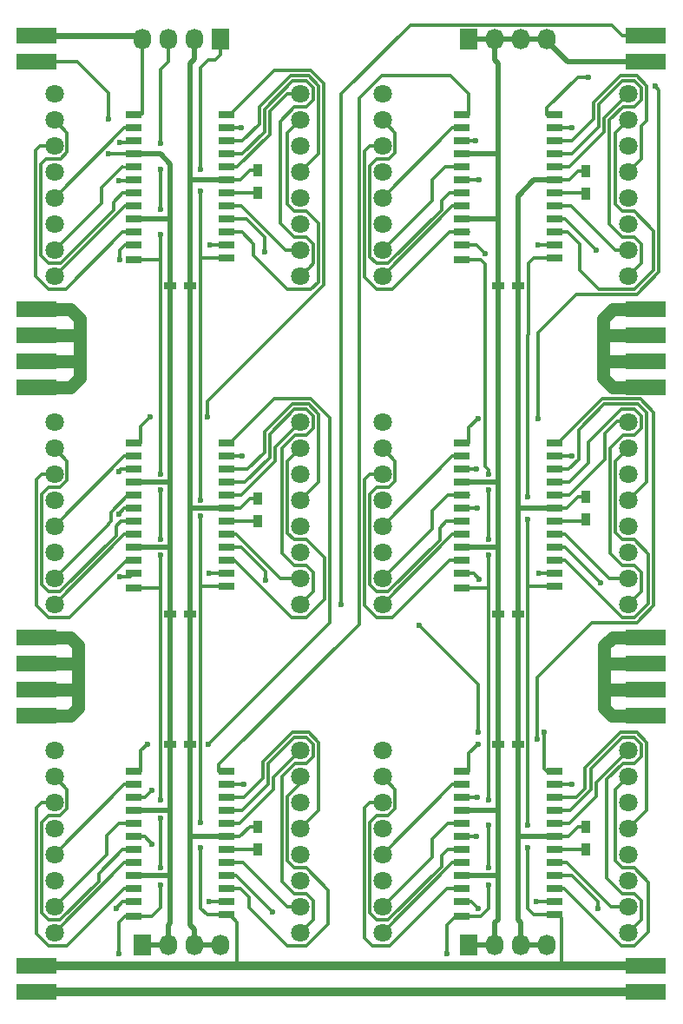
<source format=gbr>
G04 #@! TF.FileFunction,Copper,L1,Top,Signal*
%FSLAX46Y46*%
G04 Gerber Fmt 4.6, Leading zero omitted, Abs format (unit mm)*
G04 Created by KiCad (PCBNEW 4.0.2-1.fc23-product) date pią, 26 sie 2016, 23:23:19*
%MOMM*%
G01*
G04 APERTURE LIST*
%ADD10C,0.100000*%
%ADD11C,1.800000*%
%ADD12R,4.000000X1.524000*%
%ADD13R,1.727200X2.032000*%
%ADD14O,1.727200X2.032000*%
%ADD15R,1.200000X0.750000*%
%ADD16R,0.900000X1.200000*%
%ADD17R,1.524000X0.762000*%
%ADD18C,1.200000*%
%ADD19C,0.600000*%
%ADD20C,1.270000*%
%ADD21C,0.508000*%
%ADD22C,0.304800*%
%ADD23C,0.250000*%
%ADD24C,0.609600*%
%ADD25C,0.812800*%
G04 APERTURE END LIST*
D10*
D11*
X111319000Y-93012500D03*
X111319000Y-90472500D03*
X111319000Y-87932500D03*
X111319000Y-85392500D03*
X111319000Y-82852500D03*
X111319000Y-80312500D03*
X111319000Y-77772500D03*
X111319000Y-75232500D03*
X135319000Y-93012500D03*
X135319000Y-90472500D03*
X135319000Y-87932500D03*
X135319000Y-85392500D03*
X135319000Y-82852500D03*
X135319000Y-80312500D03*
X135319000Y-77772500D03*
X135319000Y-75232500D03*
X111319000Y-125016500D03*
X111319000Y-122476500D03*
X111319000Y-119936500D03*
X111319000Y-117396500D03*
X111319000Y-114856500D03*
X111319000Y-112316500D03*
X111319000Y-109776500D03*
X111319000Y-107236500D03*
X135319000Y-125016500D03*
X135319000Y-122476500D03*
X135319000Y-119936500D03*
X135319000Y-117396500D03*
X135319000Y-114856500D03*
X135319000Y-112316500D03*
X135319000Y-109776500D03*
X135319000Y-107236500D03*
X143323000Y-93012500D03*
X143323000Y-90472500D03*
X143323000Y-87932500D03*
X143323000Y-85392500D03*
X143323000Y-82852500D03*
X143323000Y-80312500D03*
X143323000Y-77772500D03*
X143323000Y-75232500D03*
X167323000Y-93012500D03*
X167323000Y-90472500D03*
X167323000Y-87932500D03*
X167323000Y-85392500D03*
X167323000Y-82852500D03*
X167323000Y-80312500D03*
X167323000Y-77772500D03*
X167323000Y-75232500D03*
X143323000Y-61008500D03*
X143323000Y-58468500D03*
X143323000Y-55928500D03*
X143323000Y-53388500D03*
X143323000Y-50848500D03*
X143323000Y-48308500D03*
X143323000Y-45768500D03*
X143323000Y-43228500D03*
X167323000Y-61008500D03*
X167323000Y-58468500D03*
X167323000Y-55928500D03*
X167323000Y-53388500D03*
X167323000Y-50848500D03*
X167323000Y-48308500D03*
X167323000Y-45768500D03*
X167323000Y-43228500D03*
X143323000Y-125016500D03*
X143323000Y-122476500D03*
X143323000Y-119936500D03*
X143323000Y-117396500D03*
X143323000Y-114856500D03*
X143323000Y-112316500D03*
X143323000Y-109776500D03*
X143323000Y-107236500D03*
X167323000Y-125016500D03*
X167323000Y-122476500D03*
X167323000Y-119936500D03*
X167323000Y-117396500D03*
X167323000Y-114856500D03*
X167323000Y-112316500D03*
X167323000Y-109776500D03*
X167323000Y-107236500D03*
D12*
X169037000Y-103822500D03*
X169037000Y-101282500D03*
X169037000Y-98742500D03*
X169037000Y-96202500D03*
X109601000Y-103822500D03*
X109601000Y-101282500D03*
X109601000Y-98742500D03*
X109601000Y-96202500D03*
X169037000Y-71818500D03*
X169037000Y-69278500D03*
X169037000Y-66738500D03*
X169037000Y-64198500D03*
X109601000Y-71818500D03*
X109601000Y-69278500D03*
X109601000Y-66738500D03*
X109601000Y-64198500D03*
D13*
X127508000Y-37909500D03*
D14*
X124968000Y-37909500D03*
X122428000Y-37909500D03*
X119888000Y-37909500D03*
D13*
X151765000Y-37909500D03*
D14*
X154305000Y-37909500D03*
X156845000Y-37909500D03*
X159385000Y-37909500D03*
D13*
X119888000Y-126174500D03*
D14*
X122428000Y-126174500D03*
X124968000Y-126174500D03*
X127508000Y-126174500D03*
D13*
X151765000Y-126174500D03*
D14*
X154305000Y-126174500D03*
X156845000Y-126174500D03*
X159385000Y-126174500D03*
D12*
X109601000Y-40068500D03*
X109601000Y-37528500D03*
X169037000Y-40068500D03*
X169037000Y-37528500D03*
X109601000Y-130746500D03*
X109601000Y-128206500D03*
X169037000Y-130746500D03*
X169037000Y-128206500D03*
D15*
X124521000Y-61912500D03*
X122621000Y-61912500D03*
X124521000Y-93916500D03*
X122621000Y-93916500D03*
X124521000Y-106616500D03*
X122621000Y-106616500D03*
X156525000Y-61912500D03*
X154625000Y-61912500D03*
X156525000Y-93916500D03*
X154625000Y-93916500D03*
X156525000Y-106616500D03*
X154625000Y-106616500D03*
D16*
X131191000Y-50652500D03*
X131191000Y-52852500D03*
X131191000Y-114660500D03*
X131191000Y-116860500D03*
X163195000Y-82529500D03*
X163195000Y-84729500D03*
X131191000Y-82656500D03*
X131191000Y-84856500D03*
X163195000Y-50779500D03*
X163195000Y-52979500D03*
X163195000Y-114660500D03*
X163195000Y-116860500D03*
D11*
X111319000Y-61008500D03*
X111319000Y-58468500D03*
X111319000Y-55928500D03*
X111319000Y-53388500D03*
X111319000Y-50848500D03*
X111319000Y-48308500D03*
X111319000Y-45768500D03*
X111319000Y-43228500D03*
X135319000Y-61008500D03*
X135319000Y-58468500D03*
X135319000Y-55928500D03*
X135319000Y-53388500D03*
X135319000Y-50848500D03*
X135319000Y-48308500D03*
X135319000Y-45768500D03*
X135319000Y-43228500D03*
D17*
X151065000Y-109283500D03*
X151065000Y-110553500D03*
X151065000Y-111823500D03*
X151065000Y-113093500D03*
X151065000Y-114363500D03*
X151065000Y-115633500D03*
X151065000Y-116903500D03*
X151065000Y-118173500D03*
X151065000Y-119443500D03*
X151065000Y-120713500D03*
X151065000Y-121983500D03*
X151065000Y-123380500D03*
X160085000Y-109283500D03*
X160085000Y-110553500D03*
X160085000Y-111823500D03*
X160085000Y-113093500D03*
X160085000Y-114363500D03*
X160085000Y-115633500D03*
X160085000Y-116903500D03*
X160085000Y-118173500D03*
X160085000Y-119443500D03*
X160085000Y-120713500D03*
X160085000Y-121983500D03*
X160085000Y-123253500D03*
X151065000Y-45275500D03*
X151065000Y-46545500D03*
X151065000Y-47815500D03*
X151065000Y-49085500D03*
X151065000Y-50355500D03*
X151065000Y-51625500D03*
X151065000Y-52895500D03*
X151065000Y-54165500D03*
X151065000Y-55435500D03*
X151065000Y-56705500D03*
X151065000Y-57975500D03*
X151065000Y-59372500D03*
X160085000Y-45275500D03*
X160085000Y-46545500D03*
X160085000Y-47815500D03*
X160085000Y-49085500D03*
X160085000Y-50355500D03*
X160085000Y-51625500D03*
X160085000Y-52895500D03*
X160085000Y-54165500D03*
X160085000Y-55435500D03*
X160085000Y-56705500D03*
X160085000Y-57975500D03*
X160085000Y-59245500D03*
X119061000Y-77279500D03*
X119061000Y-78549500D03*
X119061000Y-79819500D03*
X119061000Y-81089500D03*
X119061000Y-82359500D03*
X119061000Y-83629500D03*
X119061000Y-84899500D03*
X119061000Y-86169500D03*
X119061000Y-87439500D03*
X119061000Y-88709500D03*
X119061000Y-89979500D03*
X119061000Y-91376500D03*
X128081000Y-77279500D03*
X128081000Y-78549500D03*
X128081000Y-79819500D03*
X128081000Y-81089500D03*
X128081000Y-82359500D03*
X128081000Y-83629500D03*
X128081000Y-84899500D03*
X128081000Y-86169500D03*
X128081000Y-87439500D03*
X128081000Y-88709500D03*
X128081000Y-89979500D03*
X128081000Y-91249500D03*
X151065000Y-77279500D03*
X151065000Y-78549500D03*
X151065000Y-79819500D03*
X151065000Y-81089500D03*
X151065000Y-82359500D03*
X151065000Y-83629500D03*
X151065000Y-84899500D03*
X151065000Y-86169500D03*
X151065000Y-87439500D03*
X151065000Y-88709500D03*
X151065000Y-89979500D03*
X151065000Y-91376500D03*
X160085000Y-77279500D03*
X160085000Y-78549500D03*
X160085000Y-79819500D03*
X160085000Y-81089500D03*
X160085000Y-82359500D03*
X160085000Y-83629500D03*
X160085000Y-84899500D03*
X160085000Y-86169500D03*
X160085000Y-87439500D03*
X160085000Y-88709500D03*
X160085000Y-89979500D03*
X160085000Y-91249500D03*
X119061000Y-109283500D03*
X119061000Y-110553500D03*
X119061000Y-111823500D03*
X119061000Y-113093500D03*
X119061000Y-114363500D03*
X119061000Y-115633500D03*
X119061000Y-116903500D03*
X119061000Y-118173500D03*
X119061000Y-119443500D03*
X119061000Y-120713500D03*
X119061000Y-121983500D03*
X119061000Y-123380500D03*
X128081000Y-109283500D03*
X128081000Y-110553500D03*
X128081000Y-111823500D03*
X128081000Y-113093500D03*
X128081000Y-114363500D03*
X128081000Y-115633500D03*
X128081000Y-116903500D03*
X128081000Y-118173500D03*
X128081000Y-119443500D03*
X128081000Y-120713500D03*
X128081000Y-121983500D03*
X128081000Y-123253500D03*
X119061000Y-45275500D03*
X119061000Y-46545500D03*
X119061000Y-47815500D03*
X119061000Y-49085500D03*
X119061000Y-50355500D03*
X119061000Y-51625500D03*
X119061000Y-52895500D03*
X119061000Y-54165500D03*
X119061000Y-55435500D03*
X119061000Y-56705500D03*
X119061000Y-57975500D03*
X119061000Y-59372500D03*
X128081000Y-45275500D03*
X128081000Y-46545500D03*
X128081000Y-47815500D03*
X128081000Y-49085500D03*
X128081000Y-50355500D03*
X128081000Y-51625500D03*
X128081000Y-52895500D03*
X128081000Y-54165500D03*
X128081000Y-55435500D03*
X128081000Y-56705500D03*
X128081000Y-57975500D03*
X128081000Y-59245500D03*
D18*
X164846000Y-70897500D03*
X164846000Y-69024500D03*
X164846000Y-66738500D03*
X113792000Y-70897500D03*
X113792000Y-69278500D03*
X113792000Y-66738500D03*
D19*
X156525000Y-65468500D03*
X156525000Y-64706500D03*
X124521000Y-65468500D03*
X124521000Y-64706500D03*
D18*
X164846000Y-65119500D03*
X113792000Y-65119500D03*
X164973000Y-103060500D03*
X164973000Y-101282500D03*
X164973000Y-98742500D03*
X113665000Y-103028500D03*
X113665000Y-101282500D03*
X113665000Y-98742500D03*
D19*
X122621000Y-97345500D03*
X122621000Y-96583500D03*
X154625000Y-97345500D03*
X154625000Y-96583500D03*
D18*
X164973000Y-96996500D03*
X113665000Y-96996500D03*
D19*
X116586000Y-49085500D03*
X116586000Y-45656500D03*
X131826000Y-58610500D03*
X129540000Y-46545500D03*
X126492000Y-57975500D03*
X117729000Y-59372500D03*
X117621086Y-51644586D03*
X117710586Y-47924086D03*
X132588000Y-122999500D03*
X129794000Y-110553500D03*
X126428500Y-121983500D03*
X117348000Y-122618500D03*
X120840500Y-116332000D03*
X120840500Y-111125000D03*
X164592000Y-90868500D03*
X161798000Y-78549500D03*
X158559500Y-89979500D03*
X152781000Y-90551000D03*
X152590500Y-83629500D03*
X152463500Y-79819500D03*
X131953000Y-90614500D03*
X129667000Y-78549500D03*
X126428500Y-89979500D03*
X117684586Y-90316086D03*
X117621086Y-84156586D03*
X117615336Y-80023336D03*
X164211000Y-58483500D03*
X161798000Y-46545500D03*
X158496000Y-57975500D03*
X153352500Y-58801000D03*
X152717500Y-51625500D03*
X152400000Y-47815500D03*
X164338000Y-122618500D03*
X161798000Y-110553500D03*
X158305500Y-121983500D03*
X152654000Y-122618500D03*
X152463500Y-115633500D03*
X152590500Y-111823500D03*
X159131000Y-105473500D03*
X152654000Y-105473500D03*
X139319000Y-93027500D03*
X146939000Y-95059500D03*
X121666000Y-48069500D03*
X121666000Y-50609500D03*
X121666000Y-56959500D03*
X121666000Y-54483000D03*
X153670000Y-114490500D03*
X153670000Y-120332500D03*
X153670000Y-112072111D03*
X121666000Y-112077500D03*
X121666000Y-86677500D03*
X121666000Y-88201500D03*
X153670000Y-80327500D03*
X153670000Y-81846710D03*
X153670000Y-86682290D03*
X153670000Y-88196710D03*
X121666000Y-80332290D03*
X121666000Y-81851500D03*
X153670000Y-118681500D03*
X121666000Y-113855500D03*
X121666000Y-118681500D03*
X121666000Y-120332500D03*
X117602000Y-130746500D03*
X117602000Y-127063500D03*
X149606000Y-130746500D03*
X149606000Y-127063500D03*
X125603000Y-50609500D03*
X125603000Y-52705000D03*
X125603000Y-116713000D03*
X157480000Y-116740890D03*
X157480000Y-84736890D03*
X157480000Y-114490500D03*
X125603000Y-114236500D03*
X157480000Y-82486500D03*
X125603000Y-82872290D03*
X125603000Y-84386710D03*
X126258610Y-74718890D03*
X120650000Y-74718890D03*
X126365000Y-106595890D03*
X120396000Y-106595890D03*
X158496000Y-74866500D03*
X152654000Y-74866500D03*
X169926000Y-42481500D03*
X163449000Y-41592500D03*
X158432500Y-106129110D03*
X152654000Y-106595890D03*
D20*
X165100000Y-69278500D02*
X164846000Y-69024500D01*
X113792000Y-69278500D02*
X113792000Y-66738500D01*
D21*
X124521000Y-93916500D02*
X124521000Y-83629500D01*
X124521000Y-83629500D02*
X124521000Y-65468500D01*
X127381000Y-83629500D02*
X124521000Y-83629500D01*
X156525000Y-65468500D02*
X156525000Y-83502500D01*
X156525000Y-64706500D02*
X156525000Y-65468500D01*
X156525000Y-61912500D02*
X156525000Y-64706500D01*
X124521000Y-64706500D02*
X124521000Y-65468500D01*
X124521000Y-61912500D02*
X124521000Y-64706500D01*
D20*
X164846000Y-65119500D02*
X164846000Y-66738500D01*
X164846000Y-66738500D02*
X164846000Y-69024500D01*
X169037000Y-66738500D02*
X165767000Y-66738500D01*
X165767000Y-66738500D02*
X164846000Y-66738500D01*
X164846000Y-69024500D02*
X164846000Y-70897500D01*
X169037000Y-69278500D02*
X165100000Y-69278500D01*
X169037000Y-64198500D02*
X165767000Y-64198500D01*
X165767000Y-64198500D02*
X164846000Y-65119500D01*
X164846000Y-70897500D02*
X165767000Y-71818500D01*
X165767000Y-71818500D02*
X169037000Y-71818500D01*
X113792000Y-70897500D02*
X113792000Y-69278500D01*
X112871000Y-69278500D02*
X113792000Y-69278500D01*
X109601000Y-69278500D02*
X112871000Y-69278500D01*
X113792000Y-66738500D02*
X113792000Y-65119500D01*
X109601000Y-66738500D02*
X113792000Y-66738500D01*
X109601000Y-71818500D02*
X112871000Y-71818500D01*
X112871000Y-71818500D02*
X113792000Y-70897500D01*
X113792000Y-65119500D02*
X112871000Y-64198500D01*
X112871000Y-64198500D02*
X109601000Y-64198500D01*
D22*
X131191000Y-82656500D02*
X130436200Y-82656500D01*
X130436200Y-82656500D02*
X129463200Y-83629500D01*
X128447800Y-83629500D02*
X127381000Y-83629500D01*
X129463200Y-83629500D02*
X128447800Y-83629500D01*
X163195000Y-50779500D02*
X162440200Y-50779500D01*
X162440200Y-50779500D02*
X161594200Y-51625500D01*
X161594200Y-51625500D02*
X160451800Y-51625500D01*
X160451800Y-51625500D02*
X159385000Y-51625500D01*
D21*
X156525000Y-115633500D02*
X156525000Y-106616500D01*
X156845000Y-126174500D02*
X159385000Y-126174500D01*
X156525000Y-123695500D02*
X156845000Y-124015500D01*
X156845000Y-124015500D02*
X156845000Y-126174500D01*
X156525000Y-115633500D02*
X156525000Y-123695500D01*
X124521000Y-93916500D02*
X124521000Y-107886500D01*
X124521000Y-107886500D02*
X124521000Y-115633500D01*
X124521000Y-106616500D02*
X124521000Y-107886500D01*
X124968000Y-126174500D02*
X127508000Y-126174500D01*
X124521000Y-124203500D02*
X124968000Y-124650500D01*
X124968000Y-124650500D02*
X124968000Y-126174500D01*
X124521000Y-115633500D02*
X124521000Y-124203500D01*
D22*
X163195000Y-114660500D02*
X162440200Y-114660500D01*
X162440200Y-114660500D02*
X161467200Y-115633500D01*
X161467200Y-115633500D02*
X160451800Y-115633500D01*
X160451800Y-115633500D02*
X159385000Y-115633500D01*
X163195000Y-82529500D02*
X162440200Y-82529500D01*
X162440200Y-82529500D02*
X161340200Y-83629500D01*
X161340200Y-83629500D02*
X160451800Y-83629500D01*
X160451800Y-83629500D02*
X159385000Y-83629500D01*
D21*
X156525000Y-83502500D02*
X156525000Y-93916500D01*
X159385000Y-83629500D02*
X156652000Y-83629500D01*
X156652000Y-83629500D02*
X156525000Y-83502500D01*
X156525000Y-93916500D02*
X156525000Y-115633500D01*
X159385000Y-115633500D02*
X156525000Y-115633500D01*
X156525000Y-61912500D02*
X156525000Y-53215500D01*
X156525000Y-53215500D02*
X158115000Y-51625500D01*
X158115000Y-51625500D02*
X159385000Y-51625500D01*
D22*
X127381000Y-115633500D02*
X126314200Y-115633500D01*
X130386000Y-114660500D02*
X129413000Y-115633500D01*
X129413000Y-115633500D02*
X127381000Y-115633500D01*
X131191000Y-114660500D02*
X130386000Y-114660500D01*
D21*
X127381000Y-115633500D02*
X124521000Y-115633500D01*
D22*
X131191000Y-50652500D02*
X130436200Y-50652500D01*
X130436200Y-50652500D02*
X129463200Y-51625500D01*
X129463200Y-51625500D02*
X128447800Y-51625500D01*
X128447800Y-51625500D02*
X127381000Y-51625500D01*
D21*
X124521000Y-61912500D02*
X124521000Y-51625500D01*
X124521000Y-51625500D02*
X124521000Y-40261500D01*
X127381000Y-51625500D02*
X126111000Y-51625500D01*
X126111000Y-51625500D02*
X124521000Y-51625500D01*
X124521000Y-40261500D02*
X124968000Y-39814500D01*
X124968000Y-39814500D02*
X124968000Y-37909500D01*
X122621000Y-96583500D02*
X122621000Y-87439500D01*
X122621000Y-87439500D02*
X122621000Y-81216500D01*
X119761000Y-87439500D02*
X122621000Y-87439500D01*
X122621000Y-97599500D02*
X122621000Y-97345500D01*
X122621000Y-96583500D02*
X122621000Y-97345500D01*
X122621000Y-93916500D02*
X122621000Y-96583500D01*
X154625000Y-97345500D02*
X154625000Y-106616500D01*
X154625000Y-96583500D02*
X154625000Y-97345500D01*
X154625000Y-93916500D02*
X154625000Y-96583500D01*
X169037000Y-40068500D02*
X161391600Y-40068500D01*
X161391600Y-40068500D02*
X159385000Y-38061900D01*
X159385000Y-38061900D02*
X159385000Y-37909500D01*
D20*
X164973000Y-96996500D02*
X164973000Y-98742500D01*
X164973000Y-98742500D02*
X164973000Y-101282500D01*
X169037000Y-98742500D02*
X165767000Y-98742500D01*
X165767000Y-98742500D02*
X164973000Y-98742500D01*
X164973000Y-101282500D02*
X164973000Y-103060500D01*
X169037000Y-101282500D02*
X164973000Y-101282500D01*
X164973000Y-103060500D02*
X165735000Y-103822500D01*
X165735000Y-103822500D02*
X169037000Y-103822500D01*
X169037000Y-96202500D02*
X165767000Y-96202500D01*
X165767000Y-96202500D02*
X164973000Y-96996500D01*
X113665000Y-96996500D02*
X113665000Y-98742500D01*
X109601000Y-98742500D02*
X112871000Y-98742500D01*
X113665000Y-98742500D02*
X113665000Y-101282500D01*
X112871000Y-98742500D02*
X113665000Y-98742500D01*
X113665000Y-101282500D02*
X113665000Y-103028500D01*
X109601000Y-101282500D02*
X112871000Y-101282500D01*
X112871000Y-101282500D02*
X113665000Y-101282500D01*
X109601000Y-96202500D02*
X112871000Y-96202500D01*
X112871000Y-96202500D02*
X113665000Y-96996500D01*
X113665000Y-103028500D02*
X112871000Y-103822500D01*
X112871000Y-103822500D02*
X109601000Y-103822500D01*
D21*
X154625000Y-93916500D02*
X154625000Y-87439500D01*
X154625000Y-87439500D02*
X154625000Y-81089500D01*
X151765000Y-87439500D02*
X154625000Y-87439500D01*
X122621000Y-81216500D02*
X122621000Y-61912500D01*
X119761000Y-81089500D02*
X122494000Y-81089500D01*
X122494000Y-81089500D02*
X122621000Y-81216500D01*
X154625000Y-81089500D02*
X154625000Y-61912500D01*
X151765000Y-81089500D02*
X154625000Y-81089500D01*
D22*
X116586000Y-49085500D02*
X119761000Y-49085500D01*
X113538000Y-40068500D02*
X116586000Y-43116500D01*
X116586000Y-43116500D02*
X116586000Y-45656500D01*
X109601000Y-40068500D02*
X113538000Y-40068500D01*
D21*
X154625000Y-106616500D02*
X154625000Y-113093500D01*
X154625000Y-113093500D02*
X154625000Y-119377500D01*
X151765000Y-113093500D02*
X154625000Y-113093500D01*
X154625000Y-123695500D02*
X154305000Y-124015500D01*
X154305000Y-124015500D02*
X154305000Y-126174500D01*
X154625000Y-119377500D02*
X154625000Y-123695500D01*
X154625000Y-119377500D02*
X154559000Y-119443500D01*
X154559000Y-119443500D02*
X151765000Y-119443500D01*
X151765000Y-126174500D02*
X154305000Y-126174500D01*
X122621000Y-107632500D02*
X122621000Y-97599500D01*
X122621000Y-106616500D02*
X122621000Y-97599500D01*
X122621000Y-113093500D02*
X122621000Y-107632500D01*
X122621000Y-106616500D02*
X122621000Y-107632500D01*
X122621000Y-124076500D02*
X122428000Y-124269500D01*
X122428000Y-124269500D02*
X122428000Y-126174500D01*
X122621000Y-119443500D02*
X122621000Y-124076500D01*
X119888000Y-126174500D02*
X122428000Y-126174500D01*
X122621000Y-119443500D02*
X122621000Y-113093500D01*
X119761000Y-113093500D02*
X122621000Y-113093500D01*
X119761000Y-119443500D02*
X122621000Y-119443500D01*
X122621000Y-61912500D02*
X122621000Y-55308500D01*
X122621000Y-55308500D02*
X122621000Y-50040500D01*
X119761000Y-55435500D02*
X122494000Y-55435500D01*
X122494000Y-55435500D02*
X122621000Y-55308500D01*
X122621000Y-50040500D02*
X121666000Y-49085500D01*
X121666000Y-49085500D02*
X119761000Y-49085500D01*
X154625000Y-61912500D02*
X154625000Y-55435500D01*
X154625000Y-55435500D02*
X154625000Y-49085500D01*
X151765000Y-55435500D02*
X154625000Y-55435500D01*
X154625000Y-49085500D02*
X154625000Y-40261500D01*
X151765000Y-49085500D02*
X154625000Y-49085500D01*
X154305000Y-37909500D02*
X151765000Y-37909500D01*
X156845000Y-37909500D02*
X159385000Y-37909500D01*
X154305000Y-37909500D02*
X156845000Y-37909500D01*
X154625000Y-40261500D02*
X154305000Y-39941500D01*
X154305000Y-39941500D02*
X154305000Y-37909500D01*
D22*
X118193988Y-54165500D02*
X119061000Y-54165500D01*
X111319000Y-61008500D02*
X111350988Y-61008500D01*
X111350988Y-61008500D02*
X118193988Y-54165500D01*
D23*
X117983000Y-50355500D02*
X119061000Y-50355500D01*
D22*
X111319000Y-58468500D02*
X115951000Y-53836500D01*
X115951000Y-53836500D02*
X115951000Y-52387500D01*
X115951000Y-52387500D02*
X117983000Y-50355500D01*
X131826000Y-58610500D02*
X131826000Y-57213500D01*
X130048000Y-55435500D02*
X128447800Y-55435500D01*
X131826000Y-57213500D02*
X130048000Y-55435500D01*
X118162000Y-46545500D02*
X119061000Y-46545500D01*
X111319000Y-53388500D02*
X118162000Y-46545500D01*
X128081000Y-46545500D02*
X129540000Y-46545500D01*
X117983000Y-56705500D02*
X119061000Y-56705500D01*
X111319000Y-48308500D02*
X109870000Y-48308500D01*
X109870000Y-48308500D02*
X109473991Y-48704509D01*
X109473991Y-48704509D02*
X109473991Y-61021781D01*
X109473991Y-61021781D02*
X110716311Y-62264101D01*
X110716311Y-62264101D02*
X112424399Y-62264101D01*
X112424399Y-62264101D02*
X117983000Y-56705500D01*
X111319000Y-45768500D02*
X112574601Y-47024101D01*
X109982000Y-58989790D02*
X110716311Y-59724101D01*
X110716311Y-59724101D02*
X111916953Y-59724101D01*
X112574601Y-47024101D02*
X112574601Y-48911189D01*
X112574601Y-48911189D02*
X111921689Y-49564101D01*
X110519399Y-49564101D02*
X109982000Y-50101500D01*
X111921689Y-49564101D02*
X110519399Y-49564101D01*
X109982000Y-50101500D02*
X109982000Y-58989790D01*
X111916953Y-59724101D02*
X117094000Y-54547054D01*
X117094000Y-54547054D02*
X117094000Y-53784500D01*
X117094000Y-53784500D02*
X117983000Y-52895500D01*
X117983000Y-52895500D02*
X119061000Y-52895500D01*
X126492000Y-57975500D02*
X128081000Y-57975500D01*
X135892891Y-44512899D02*
X134716311Y-44512899D01*
X128081000Y-49085500D02*
X129667000Y-49085500D01*
X129667000Y-49085500D02*
X131825990Y-46926510D01*
X135892891Y-57184101D02*
X136574601Y-57865811D01*
X136574601Y-42625811D02*
X136574601Y-43831189D01*
X131825990Y-46926510D02*
X131825991Y-44730283D01*
X131825991Y-44730283D02*
X134583375Y-41972899D01*
X136574601Y-57865811D02*
X136574601Y-59752899D01*
X133350000Y-45879210D02*
X133350000Y-55817790D01*
X134583375Y-41972899D02*
X135921689Y-41972899D01*
X136218999Y-60108501D02*
X135319000Y-61008500D01*
X133350000Y-55817790D02*
X134716311Y-57184101D01*
X135921689Y-41972899D02*
X136574601Y-42625811D01*
X136574601Y-43831189D02*
X135892891Y-44512899D01*
X134716311Y-44512899D02*
X133350000Y-45879210D01*
X134716311Y-57184101D02*
X135892891Y-57184101D01*
X136574601Y-59752899D02*
X136218999Y-60108501D01*
X129540000Y-54165500D02*
X128081000Y-54165500D01*
X133843000Y-58468500D02*
X129540000Y-54165500D01*
X135319000Y-58468500D02*
X133843000Y-58468500D01*
X118237000Y-57975500D02*
X119061000Y-57975500D01*
X117729000Y-58483500D02*
X118237000Y-57975500D01*
X117729000Y-59372500D02*
X117729000Y-58483500D01*
X117621086Y-51644586D02*
X119041914Y-51644586D01*
X119041914Y-51644586D02*
X119061000Y-51625500D01*
X128081000Y-47815500D02*
X129667000Y-47815500D01*
X129667000Y-47815500D02*
X131317982Y-46164518D01*
X131317982Y-46164518D02*
X131317982Y-44519860D01*
X137082611Y-42415387D02*
X137082611Y-49084889D01*
X131317982Y-44519860D02*
X134372950Y-41464890D01*
X134372950Y-41464890D02*
X136132113Y-41464889D01*
X136132113Y-41464889D02*
X137082611Y-42415387D01*
X137082611Y-49084889D02*
X135319000Y-50848500D01*
X117710586Y-47924086D02*
X118952414Y-47924086D01*
X118952414Y-47924086D02*
X119061000Y-47815500D01*
X130746500Y-57848500D02*
X129603500Y-56705500D01*
X129603500Y-56705500D02*
X128081000Y-56705500D01*
X130746500Y-58990000D02*
X130746500Y-57848500D01*
X134006401Y-62264101D02*
X134006401Y-62249901D01*
X134006401Y-62249901D02*
X130746500Y-58990000D01*
X134006401Y-62264101D02*
X136363899Y-62264101D01*
X136363899Y-62264101D02*
X137082611Y-61545389D01*
X135921689Y-54672899D02*
X134745109Y-54672899D01*
X137082611Y-61545389D02*
X137082611Y-55833821D01*
X137082611Y-55833821D02*
X135921689Y-54672899D01*
X134745109Y-54672899D02*
X134063399Y-53991189D01*
X134063399Y-53991189D02*
X134063399Y-47024101D01*
X134063399Y-47024101D02*
X135319000Y-45768500D01*
X129159000Y-50355500D02*
X128081000Y-50355500D01*
X132334000Y-47180500D02*
X129159000Y-50355500D01*
X132334000Y-44940708D02*
X132334000Y-47180500D01*
X135319000Y-43228500D02*
X134046208Y-43228500D01*
X134046208Y-43228500D02*
X132334000Y-44940708D01*
X118162000Y-118173500D02*
X119061000Y-118173500D01*
X111319000Y-125016500D02*
X118162000Y-118173500D01*
X119061000Y-114363500D02*
X117602000Y-114363500D01*
X117602000Y-114363500D02*
X116459000Y-115506500D01*
X116459000Y-115506500D02*
X116459000Y-117336500D01*
X116459000Y-117336500D02*
X111319000Y-122476500D01*
X129032000Y-119443500D02*
X128081000Y-119443500D01*
X132588000Y-122999500D02*
X129032000Y-119443500D01*
X119061000Y-110553500D02*
X118162000Y-110553500D01*
X111319000Y-117396500D02*
X118162000Y-110553500D01*
X129476500Y-110553500D02*
X129794000Y-110553500D01*
X128081000Y-110553500D02*
X129476500Y-110553500D01*
X118110000Y-120713500D02*
X119061000Y-120713500D01*
X112551399Y-126272101D02*
X118110000Y-120713500D01*
X111319000Y-112316500D02*
X110046208Y-112316500D01*
X110046208Y-112316500D02*
X109555390Y-112807318D01*
X109555390Y-112807318D02*
X109555390Y-125111180D01*
X109555390Y-125111180D02*
X110716311Y-126272101D01*
X110716311Y-126272101D02*
X112551399Y-126272101D01*
X111319000Y-109776500D02*
X112574601Y-111032101D01*
X112574601Y-111032101D02*
X112574601Y-112919189D01*
X112574601Y-112919189D02*
X111892891Y-113600899D01*
X111892891Y-113600899D02*
X110716311Y-113600899D01*
X110716311Y-113600899D02*
X110063399Y-114253811D01*
X110063399Y-114253811D02*
X110063399Y-123079189D01*
X117994200Y-116903500D02*
X119061000Y-116903500D01*
X110063399Y-123079189D02*
X110716311Y-123732101D01*
X110716311Y-123732101D02*
X111884965Y-123732101D01*
X111884965Y-123732101D02*
X115644700Y-119972366D01*
X115644700Y-119972366D02*
X115644700Y-119253000D01*
X115644700Y-119253000D02*
X117994200Y-116903500D01*
X128081000Y-121983500D02*
X126428500Y-121983500D01*
X129667000Y-113093500D02*
X128081000Y-113093500D01*
X132207000Y-110553500D02*
X129667000Y-113093500D01*
X132207000Y-108490210D02*
X132207000Y-110553500D01*
X135319000Y-125016500D02*
X136574601Y-123760899D01*
X136574601Y-106633811D02*
X135921689Y-105980899D01*
X136574601Y-123760899D02*
X136574601Y-121845013D01*
X136574601Y-121845013D02*
X135921689Y-121192101D01*
X136574601Y-107839189D02*
X136574601Y-106633811D01*
X135921689Y-121192101D02*
X134716311Y-121192101D01*
X134716311Y-121192101D02*
X133555389Y-120031179D01*
X133555389Y-120031179D02*
X133555389Y-109718545D01*
X135921689Y-105980899D02*
X134716311Y-105980899D01*
X133555389Y-109718545D02*
X134781833Y-108492101D01*
X134781833Y-108492101D02*
X135921689Y-108492101D01*
X135921689Y-108492101D02*
X136574601Y-107839189D01*
X134716311Y-105980899D02*
X132207000Y-108490210D01*
X135319000Y-122476500D02*
X134046208Y-122476500D01*
X134046208Y-122476500D02*
X129743208Y-118173500D01*
X129743208Y-118173500D02*
X128447800Y-118173500D01*
X119061000Y-121983500D02*
X117983000Y-121983500D01*
X117983000Y-121983500D02*
X117348000Y-122618500D01*
X119061000Y-115633500D02*
X120142000Y-115633500D01*
X120142000Y-115633500D02*
X120840500Y-116332000D01*
X129794000Y-111823500D02*
X128081000Y-111823500D01*
X131698990Y-109918510D02*
X129794000Y-111823500D01*
X131698990Y-108279786D02*
X131698990Y-109918510D01*
X135319000Y-114856500D02*
X137082611Y-113092889D01*
X137082611Y-113092889D02*
X137082610Y-106423386D01*
X137082610Y-106423386D02*
X136132113Y-105472889D01*
X136132113Y-105472889D02*
X134505886Y-105472890D01*
X134505886Y-105472890D02*
X131698990Y-108279786D01*
X119061000Y-111823500D02*
X120142000Y-111823500D01*
X120142000Y-111823500D02*
X120840500Y-111125000D01*
X130302000Y-121539000D02*
X129476500Y-120713500D01*
X129476500Y-120713500D02*
X128081000Y-120713500D01*
X130302000Y-122553500D02*
X130302000Y-121539000D01*
X134006401Y-126272101D02*
X134006401Y-126257901D01*
X134006401Y-126257901D02*
X130302000Y-122553500D01*
X138049000Y-120808210D02*
X138049000Y-124144790D01*
X138049000Y-124144790D02*
X135921689Y-126272101D01*
X135921689Y-126272101D02*
X134006401Y-126272101D01*
X135319000Y-109776500D02*
X135319000Y-110458210D01*
X134063399Y-117999189D02*
X134745109Y-118680899D01*
X135319000Y-110458210D02*
X134063399Y-111713811D01*
X134063399Y-111713811D02*
X134063399Y-117999189D01*
X134745109Y-118680899D02*
X135921689Y-118680899D01*
X135921689Y-118680899D02*
X138049000Y-120808210D01*
X128081000Y-114363500D02*
X129413000Y-114363500D01*
X129413000Y-114363500D02*
X132715010Y-111061490D01*
X132715010Y-111061490D02*
X132715010Y-109840490D01*
X132715010Y-109840490D02*
X135319000Y-107236500D01*
X150166000Y-86169500D02*
X151065000Y-86169500D01*
X143323000Y-93012500D02*
X150166000Y-86169500D01*
X148209000Y-83883500D02*
X149733000Y-82359500D01*
X149733000Y-82359500D02*
X151765000Y-82359500D01*
X148209000Y-85586500D02*
X148209000Y-83883500D01*
X143323000Y-90472500D02*
X148209000Y-85586500D01*
X161163000Y-87439500D02*
X160085000Y-87439500D01*
X164592000Y-90868500D02*
X161163000Y-87439500D01*
X151065000Y-78549500D02*
X150166000Y-78549500D01*
X143323000Y-85392500D02*
X150166000Y-78549500D01*
X160085000Y-78549500D02*
X161798000Y-78549500D01*
X151065000Y-88709500D02*
X149860000Y-88709500D01*
X144301399Y-94268101D02*
X149860000Y-88709500D01*
X143323000Y-80312500D02*
X142050208Y-80312500D01*
X142050208Y-80312500D02*
X141559389Y-80803319D01*
X141559389Y-80803319D02*
X141559389Y-93107179D01*
X141559389Y-93107179D02*
X142720311Y-94268101D01*
X142720311Y-94268101D02*
X144301399Y-94268101D01*
X143323000Y-77772500D02*
X144578601Y-79028101D01*
X144578601Y-79028101D02*
X144578601Y-80943987D01*
X144578601Y-80943987D02*
X143925689Y-81596899D01*
X142720311Y-91728101D02*
X143888965Y-91728101D01*
X143925689Y-81596899D02*
X142720311Y-81596899D01*
X142720311Y-81596899D02*
X142067399Y-82249811D01*
X143888965Y-91728101D02*
X148907500Y-86709566D01*
X142067399Y-82249811D02*
X142067399Y-91075189D01*
X148907500Y-85534500D02*
X149542500Y-84899500D01*
X142067399Y-91075189D02*
X142720311Y-91728101D01*
X148907500Y-86709566D02*
X148907500Y-85534500D01*
X149542500Y-84899500D02*
X151065000Y-84899500D01*
X160085000Y-89979500D02*
X158559500Y-89979500D01*
X160085000Y-81089500D02*
X161544000Y-81089500D01*
X167925689Y-76488101D02*
X166785833Y-76488101D01*
X161544000Y-81089500D02*
X163449000Y-79184500D01*
X168578601Y-74629811D02*
X168578601Y-75835189D01*
X163449000Y-79184500D02*
X163449000Y-77196066D01*
X167925689Y-73976899D02*
X168578601Y-74629811D01*
X168578601Y-89869811D02*
X168578601Y-91756899D01*
X163449000Y-77196066D02*
X166668167Y-73976899D01*
X166668167Y-73976899D02*
X167925689Y-73976899D01*
X168578601Y-75835189D02*
X167925689Y-76488101D01*
X166785833Y-76488101D02*
X165559389Y-77714545D01*
X165559389Y-77714545D02*
X165559389Y-88027179D01*
X165559389Y-88027179D02*
X166720311Y-89188101D01*
X166720311Y-89188101D02*
X167896891Y-89188101D01*
X167896891Y-89188101D02*
X168578601Y-89869811D01*
X168578601Y-91756899D02*
X167323000Y-93012500D01*
X161163000Y-86169500D02*
X160085000Y-86169500D01*
X165466000Y-90472500D02*
X161163000Y-86169500D01*
X167323000Y-90472500D02*
X165466000Y-90472500D01*
X151065000Y-89979500D02*
X152209500Y-89979500D01*
X152209500Y-89979500D02*
X152781000Y-90551000D01*
X151065000Y-83629500D02*
X152590500Y-83629500D01*
X167323000Y-82852500D02*
X169086614Y-81088885D01*
X161498290Y-79819500D02*
X160451800Y-79819500D01*
X169086614Y-81088885D02*
X169086609Y-74281109D01*
X162453601Y-75996133D02*
X162453601Y-78864189D01*
X169086609Y-74281109D02*
X168274389Y-73468889D01*
X168274389Y-73468889D02*
X164980844Y-73468890D01*
X164980844Y-73468890D02*
X162453601Y-75996133D01*
X162453601Y-78864189D02*
X161498290Y-79819500D01*
X151065000Y-79819500D02*
X152463500Y-79819500D01*
X161163000Y-88709500D02*
X160085000Y-88709500D01*
X166721601Y-94268101D02*
X161163000Y-88709500D01*
X169291000Y-88042210D02*
X169291000Y-92902790D01*
X169291000Y-92902790D02*
X167925689Y-94268101D01*
X167925689Y-94268101D02*
X166721601Y-94268101D01*
X167323000Y-77772500D02*
X166067399Y-79028101D01*
X166067399Y-79028101D02*
X166067399Y-85995189D01*
X166067399Y-85995189D02*
X166749109Y-86676899D01*
X166749109Y-86676899D02*
X167925689Y-86676899D01*
X167925689Y-86676899D02*
X169291000Y-88042210D01*
X160085000Y-82359500D02*
X161544000Y-82359500D01*
X166243000Y-75120500D02*
X167211000Y-75120500D01*
X161544000Y-82359500D02*
X165051379Y-78852121D01*
X165051379Y-78852121D02*
X165051379Y-76312121D01*
X165051379Y-76312121D02*
X166243000Y-75120500D01*
X167211000Y-75120500D02*
X167323000Y-75232500D01*
X118162000Y-86169500D02*
X119061000Y-86169500D01*
X118162000Y-86169500D02*
X111319000Y-93012500D01*
X116840000Y-84010500D02*
X118491000Y-82359500D01*
X116840000Y-84899500D02*
X116840000Y-84010500D01*
X116586000Y-85205500D02*
X116586000Y-85153500D01*
X116586000Y-85153500D02*
X116840000Y-84899500D01*
X111319000Y-90472500D02*
X116586000Y-85205500D01*
X131953000Y-90614500D02*
X131953000Y-89808934D01*
X131953000Y-89808934D02*
X129583566Y-87439500D01*
X129583566Y-87439500D02*
X128447800Y-87439500D01*
X118162000Y-78549500D02*
X119061000Y-78549500D01*
X111319000Y-85392500D02*
X118162000Y-78549500D01*
X129667000Y-78549500D02*
X128081000Y-78549500D01*
X112805399Y-94268101D02*
X118364000Y-88709500D01*
X111319000Y-80312500D02*
X110046208Y-80312500D01*
X110046208Y-80312500D02*
X109555390Y-80803318D01*
X110716311Y-94268101D02*
X112805399Y-94268101D01*
X109555390Y-80803318D02*
X109555390Y-93107180D01*
X109555390Y-93107180D02*
X110716311Y-94268101D01*
X111319000Y-77772500D02*
X112574601Y-79028101D01*
X112574601Y-79028101D02*
X112574601Y-80909899D01*
X117348000Y-86265066D02*
X117348000Y-85344000D01*
X112574601Y-80909899D02*
X111887601Y-81596899D01*
X111887601Y-81596899D02*
X110716311Y-81596899D01*
X117792500Y-84899500D02*
X119061000Y-84899500D01*
X110716311Y-81596899D02*
X110063399Y-82249811D01*
X110063399Y-82249811D02*
X110063399Y-91075189D01*
X110063399Y-91075189D02*
X110716311Y-91728101D01*
X110716311Y-91728101D02*
X111884965Y-91728101D01*
X111884965Y-91728101D02*
X117348000Y-86265066D01*
X117348000Y-85344000D02*
X117792500Y-84899500D01*
X128081000Y-89979500D02*
X126428500Y-89979500D01*
X129921000Y-81089500D02*
X128081000Y-81089500D01*
X132333990Y-78676510D02*
X129921000Y-81089500D01*
X132333990Y-77499076D02*
X132333990Y-78676510D01*
X132334000Y-76359210D02*
X132334000Y-77499066D01*
X132334000Y-77499066D02*
X132333990Y-77499076D01*
X133555390Y-77714544D02*
X134781833Y-76488101D01*
X134781833Y-76488101D02*
X135921689Y-76488101D01*
X135921689Y-76488101D02*
X136574601Y-75835189D01*
X136574601Y-75835189D02*
X136574601Y-74629811D01*
X136574601Y-74629811D02*
X135921689Y-73976899D01*
X135921689Y-73976899D02*
X134716311Y-73976899D01*
X134716311Y-73976899D02*
X132334000Y-76359210D01*
X135319000Y-93012500D02*
X136574601Y-91756899D01*
X136574601Y-91756899D02*
X136574601Y-89841013D01*
X136574601Y-89841013D02*
X135921689Y-89188101D01*
X135921689Y-89188101D02*
X134716311Y-89188101D01*
X134716311Y-89188101D02*
X133555390Y-88027180D01*
X133555390Y-88027180D02*
X133555390Y-77714544D01*
X129032000Y-86169500D02*
X128081000Y-86169500D01*
X133335000Y-90472500D02*
X129032000Y-86169500D01*
X135319000Y-90472500D02*
X133335000Y-90472500D01*
X117684586Y-90316086D02*
X118724414Y-90316086D01*
X118724414Y-90316086D02*
X119061000Y-89979500D01*
X119061000Y-83629500D02*
X118148172Y-83629500D01*
X118148172Y-83629500D02*
X117621086Y-84156586D01*
X128081000Y-79819500D02*
X130175000Y-79819500D01*
X131825980Y-78168520D02*
X130175000Y-79819500D01*
X131825980Y-76148796D02*
X131825980Y-78168520D01*
X135319000Y-82852500D02*
X137082610Y-81088890D01*
X137082610Y-81088890D02*
X137082610Y-74419386D01*
X137082610Y-74419386D02*
X136132113Y-73468889D01*
X136132113Y-73468889D02*
X134505886Y-73468890D01*
X134505886Y-73468890D02*
X131825980Y-76148796D01*
X117819172Y-79819500D02*
X119061000Y-79819500D01*
X117615336Y-80023336D02*
X117819172Y-79819500D01*
X128905000Y-88709500D02*
X128081000Y-88709500D01*
X134463601Y-94268101D02*
X128905000Y-88709500D01*
X137668000Y-88423210D02*
X137668000Y-92521790D01*
X137668000Y-92521790D02*
X135921689Y-94268101D01*
X135921689Y-94268101D02*
X134463601Y-94268101D01*
X135319000Y-77772500D02*
X134063399Y-79028101D01*
X134063399Y-79028101D02*
X134063399Y-86023987D01*
X134063399Y-86023987D02*
X134716311Y-86676899D01*
X134716311Y-86676899D02*
X135921689Y-86676899D01*
X135921689Y-86676899D02*
X137668000Y-88423210D01*
X129540000Y-82359500D02*
X128081000Y-82359500D01*
X132842000Y-79057500D02*
X129540000Y-82359500D01*
X132842000Y-77709500D02*
X132842000Y-79057500D01*
X135319000Y-75232500D02*
X132842000Y-77709500D01*
X150166000Y-54165500D02*
X151065000Y-54165500D01*
X143323000Y-61008500D02*
X150166000Y-54165500D01*
X149479000Y-50355500D02*
X151065000Y-50355500D01*
X143323000Y-58468500D02*
X148209000Y-53582500D01*
X148209000Y-53582500D02*
X148209000Y-51625500D01*
X148209000Y-51625500D02*
X149479000Y-50355500D01*
X161163000Y-55435500D02*
X160085000Y-55435500D01*
X164211000Y-58483500D02*
X161163000Y-55435500D01*
X150166000Y-46545500D02*
X151065000Y-46545500D01*
X143323000Y-53388500D02*
X150166000Y-46545500D01*
X161798000Y-46545500D02*
X160085000Y-46545500D01*
X144301399Y-62264101D02*
X149860000Y-56705500D01*
X149860000Y-56705500D02*
X151765000Y-56705500D01*
X143323000Y-48308500D02*
X142050208Y-48308500D01*
X142050208Y-48308500D02*
X141559389Y-48799319D01*
X141559389Y-48799319D02*
X141559389Y-61103179D01*
X141559389Y-61103179D02*
X142720311Y-62264101D01*
X142720311Y-62264101D02*
X144301399Y-62264101D01*
X143860167Y-59752899D02*
X149098000Y-54515066D01*
X149098000Y-53657500D02*
X149860000Y-52895500D01*
X149098000Y-54515066D02*
X149098000Y-53657500D01*
X149860000Y-52895500D02*
X151065000Y-52895500D01*
X143860167Y-59752899D02*
X143860167Y-59733533D01*
X143323000Y-45768500D02*
X144578601Y-47024101D01*
X144578601Y-47024101D02*
X144578601Y-48939987D01*
X144578601Y-48939987D02*
X143925689Y-49592899D01*
X143925689Y-49592899D02*
X142720311Y-49592899D01*
X142720311Y-49592899D02*
X142067399Y-50245811D01*
X142067399Y-50245811D02*
X142067399Y-59099987D01*
X142067399Y-59099987D02*
X142720311Y-59752899D01*
X142720311Y-59752899D02*
X143860167Y-59752899D01*
X160085000Y-57975500D02*
X158496000Y-57975500D01*
X160085000Y-49085500D02*
X161798000Y-49085500D01*
X164464990Y-46418510D02*
X161798000Y-49085500D01*
X164464990Y-44228220D02*
X164464990Y-46418510D01*
X167323000Y-61008500D02*
X168578601Y-59752899D01*
X168578601Y-59752899D02*
X168578601Y-57837013D01*
X166785833Y-44484101D02*
X167925689Y-44484101D01*
X168578601Y-43831189D02*
X168578601Y-42625811D01*
X168578601Y-57837013D02*
X167925689Y-57184101D01*
X167925689Y-57184101D02*
X166720311Y-57184101D01*
X166720311Y-57184101D02*
X165481010Y-55944800D01*
X165481010Y-55944800D02*
X165481010Y-45788924D01*
X165481010Y-45788924D02*
X166785833Y-44484101D01*
X167925689Y-44484101D02*
X168578601Y-43831189D01*
X168578601Y-42625811D02*
X167925689Y-41972899D01*
X167925689Y-41972899D02*
X166720311Y-41972899D01*
X166720311Y-41972899D02*
X164464990Y-44228220D01*
X167323000Y-58468500D02*
X166050208Y-58468500D01*
X166050208Y-58468500D02*
X161747208Y-54165500D01*
X161747208Y-54165500D02*
X160451800Y-54165500D01*
X151065000Y-57975500D02*
X152527000Y-57975500D01*
X152527000Y-57975500D02*
X153352500Y-58801000D01*
X151065000Y-51625500D02*
X152717500Y-51625500D01*
X160085000Y-47815500D02*
X161798000Y-47815500D01*
X163956980Y-45656520D02*
X161798000Y-47815500D01*
X163956980Y-44017796D02*
X163956980Y-45656520D01*
X167323000Y-50848500D02*
X168578601Y-49592899D01*
X168578601Y-49592899D02*
X168578601Y-46371189D01*
X168578601Y-46371189D02*
X169086610Y-45863180D01*
X166509886Y-41464890D02*
X163956980Y-44017796D01*
X169086610Y-45863180D02*
X169086610Y-42415386D01*
X169086610Y-42415386D02*
X168136113Y-41464889D01*
X168136113Y-41464889D02*
X166509886Y-41464890D01*
X151065000Y-47815500D02*
X152400000Y-47815500D01*
X167323000Y-45768500D02*
X166067399Y-47024101D01*
X166067399Y-47024101D02*
X166067399Y-53991189D01*
X166067399Y-53991189D02*
X166749109Y-54672899D01*
X162560000Y-57848500D02*
X161417000Y-56705500D01*
X166749109Y-54672899D02*
X167925689Y-54672899D01*
X161417000Y-56705500D02*
X160085000Y-56705500D01*
X167925689Y-54672899D02*
X169799000Y-56546210D01*
X169799000Y-56546210D02*
X169799000Y-60390790D01*
X169799000Y-60390790D02*
X167925689Y-62264101D01*
X167925689Y-62264101D02*
X164435601Y-62264101D01*
X164435601Y-62264101D02*
X162560000Y-60388500D01*
X162560000Y-60388500D02*
X162560000Y-57848500D01*
X160085000Y-50355500D02*
X161544000Y-50355500D01*
X161544000Y-50355500D02*
X164973000Y-46926500D01*
X164973000Y-46926500D02*
X164973000Y-45578500D01*
X164973000Y-45578500D02*
X167323000Y-43228500D01*
X151065000Y-118173500D02*
X150166000Y-118173500D01*
X143323000Y-125016500D02*
X150166000Y-118173500D01*
X151065000Y-114363500D02*
X149733000Y-114363500D01*
X148209000Y-115887500D02*
X149733000Y-114363500D01*
X148209000Y-117590500D02*
X148209000Y-115887500D01*
X143323000Y-122476500D02*
X148209000Y-117590500D01*
X164338000Y-122618500D02*
X164338000Y-121939934D01*
X164338000Y-121939934D02*
X161841566Y-119443500D01*
X161841566Y-119443500D02*
X160451800Y-119443500D01*
X150166000Y-110553500D02*
X151065000Y-110553500D01*
X143323000Y-117396500D02*
X150166000Y-110553500D01*
X160085000Y-110553500D02*
X161798000Y-110553500D01*
X151065000Y-120713500D02*
X149606000Y-120713500D01*
X144047399Y-126272101D02*
X149606000Y-120713500D01*
X143323000Y-112316500D02*
X142050208Y-112316500D01*
X142050208Y-112316500D02*
X141559389Y-112807319D01*
X141559389Y-112807319D02*
X141559389Y-125493889D01*
X141559389Y-125493889D02*
X142337601Y-126272101D01*
X142337601Y-126272101D02*
X144047399Y-126272101D01*
X143323000Y-109776500D02*
X144578601Y-111032101D01*
X142720311Y-123732101D02*
X143888965Y-123732101D01*
X144578601Y-111032101D02*
X144578601Y-112913899D01*
X144578601Y-112913899D02*
X143891601Y-113600899D01*
X143891601Y-113600899D02*
X142720311Y-113600899D01*
X142720311Y-113600899D02*
X142067399Y-114253811D01*
X142067399Y-114253811D02*
X142067399Y-123079189D01*
X149098000Y-118523066D02*
X149098000Y-117475000D01*
X142067399Y-123079189D02*
X142720311Y-123732101D01*
X143888965Y-123732101D02*
X149098000Y-118523066D01*
X149098000Y-117475000D02*
X149669500Y-116903500D01*
X149669500Y-116903500D02*
X151065000Y-116903500D01*
X160085000Y-121983500D02*
X158305500Y-121983500D01*
X161671000Y-113093500D02*
X160085000Y-113093500D01*
X163702990Y-111061510D02*
X161671000Y-113093500D01*
X163702990Y-108998220D02*
X163702990Y-111061510D01*
X167323000Y-125016500D02*
X168578601Y-123760899D01*
X168578601Y-123760899D02*
X168578601Y-121873811D01*
X168578601Y-121873811D02*
X167896891Y-121192101D01*
X167896891Y-121192101D02*
X166720311Y-121192101D01*
X166720311Y-121192101D02*
X165227000Y-119698790D01*
X165227000Y-119698790D02*
X165227000Y-110050934D01*
X165227000Y-110050934D02*
X166785833Y-108492101D01*
X166785833Y-108492101D02*
X167925689Y-108492101D01*
X167925689Y-108492101D02*
X168578601Y-107839189D01*
X168578601Y-107839189D02*
X168578601Y-106633811D01*
X168578601Y-106633811D02*
X167925689Y-105980899D01*
X167925689Y-105980899D02*
X166720311Y-105980899D01*
X166720311Y-105980899D02*
X163702990Y-108998220D01*
X160085000Y-118173500D02*
X161290000Y-118173500D01*
X161290000Y-118173500D02*
X165593000Y-122476500D01*
X165593000Y-122476500D02*
X167323000Y-122476500D01*
X151065000Y-121983500D02*
X152019000Y-121983500D01*
X152019000Y-121983500D02*
X152654000Y-122618500D01*
X151065000Y-115633500D02*
X152463500Y-115633500D01*
X160085000Y-111823500D02*
X162222566Y-111823500D01*
X163068000Y-110978066D02*
X162222566Y-111823500D01*
X167323000Y-114856500D02*
X169086611Y-113092889D01*
X169086611Y-113092889D02*
X169086611Y-106423387D01*
X169086611Y-106423387D02*
X168136113Y-105472889D01*
X168136113Y-105472889D02*
X166509886Y-105472890D01*
X166509886Y-105472890D02*
X163068000Y-108914776D01*
X163068000Y-108914776D02*
X163068000Y-110978066D01*
X151065000Y-111823500D02*
X152590500Y-111823500D01*
X160085000Y-120713500D02*
X161036000Y-120713500D01*
X166594601Y-126272101D02*
X161036000Y-120713500D01*
X169291000Y-120046210D02*
X169291000Y-124906790D01*
X169291000Y-124906790D02*
X167925689Y-126272101D01*
X167925689Y-126272101D02*
X166594601Y-126272101D01*
X167323000Y-109776500D02*
X166067399Y-111032101D01*
X166067399Y-111032101D02*
X166067399Y-117999189D01*
X166067399Y-117999189D02*
X166749109Y-118680899D01*
X166749109Y-118680899D02*
X167925689Y-118680899D01*
X167925689Y-118680899D02*
X169291000Y-120046210D01*
X160085000Y-114363500D02*
X161544000Y-114363500D01*
X161544000Y-114363500D02*
X164211000Y-111696500D01*
X164211000Y-111696500D02*
X164211000Y-110348500D01*
X164211000Y-110348500D02*
X167323000Y-107236500D01*
X119888000Y-37909500D02*
X119888000Y-45148500D01*
X119888000Y-45148500D02*
X119761000Y-45275500D01*
D24*
X109601000Y-37528500D02*
X119507000Y-37528500D01*
X119507000Y-37528500D02*
X119888000Y-37909500D01*
D22*
X159131000Y-105473500D02*
X159131000Y-109029500D01*
X159131000Y-109029500D02*
X159385000Y-109283500D01*
X152527000Y-100647500D02*
X152654000Y-100774500D01*
X152654000Y-100774500D02*
X152654000Y-105473500D01*
X150622000Y-98742500D02*
X152527000Y-100647500D01*
X139319000Y-93027500D02*
X139319000Y-43243500D01*
X139319000Y-43243500D02*
X146024610Y-36537890D01*
X146024610Y-36537890D02*
X165741590Y-36537890D01*
X165741590Y-36537890D02*
X166732200Y-37528500D01*
X166732200Y-37528500D02*
X169037000Y-37528500D01*
X150622000Y-98742500D02*
X146939000Y-95059500D01*
X121666000Y-48069500D02*
X121666000Y-40830500D01*
X121666000Y-54483000D02*
X121666000Y-50609500D01*
X121665399Y-59373101D02*
X121665399Y-56960101D01*
X121665399Y-56960101D02*
X121666000Y-56959500D01*
X153670000Y-118681500D02*
X153670000Y-114490500D01*
X153670000Y-122618500D02*
X153670000Y-120332500D01*
X153670000Y-112072111D02*
X153670000Y-107276582D01*
X153670000Y-107276582D02*
X153669399Y-107275981D01*
X153669399Y-107275981D02*
X153669399Y-91377101D01*
X153669399Y-91377101D02*
X153670000Y-91376500D01*
X121666000Y-112077500D02*
X121666000Y-107276582D01*
X121666000Y-107276582D02*
X121665399Y-107275981D01*
X121665399Y-107275981D02*
X121665399Y-92012101D01*
X121665399Y-92012101D02*
X121666000Y-92011500D01*
X153670000Y-79903236D02*
X153309601Y-79542837D01*
X153309601Y-79542837D02*
X153309601Y-59774101D01*
X153309601Y-59774101D02*
X152908000Y-59372500D01*
X152908000Y-59372500D02*
X151765000Y-59372500D01*
X121666000Y-86677500D02*
X121666000Y-81851500D01*
X121666000Y-91376500D02*
X121666000Y-88201500D01*
X153670000Y-80327500D02*
X153670000Y-79903236D01*
X153670000Y-79903236D02*
X153669399Y-79902635D01*
X153670000Y-86682290D02*
X153670000Y-81846710D01*
X153670000Y-91376500D02*
X153670000Y-88196710D01*
X151765000Y-91376500D02*
X153670000Y-91376500D01*
X121666000Y-80332290D02*
X121666000Y-79908026D01*
X121666000Y-79908026D02*
X121665399Y-79907425D01*
X121665399Y-79907425D02*
X121665399Y-59373101D01*
X121665399Y-59373101D02*
X121666000Y-59372500D01*
X152908000Y-123380500D02*
X153670000Y-122618500D01*
X152146000Y-123380500D02*
X152908000Y-123380500D01*
X151765000Y-123380500D02*
X152146000Y-123380500D01*
X121666000Y-92011500D02*
X121666000Y-91376500D01*
X121031000Y-91376500D02*
X121666000Y-91376500D01*
X119761000Y-59372500D02*
X121666000Y-59372500D01*
X121666000Y-40830500D02*
X122428000Y-40068500D01*
X122428000Y-40068500D02*
X122428000Y-37909500D01*
X121031000Y-91376500D02*
X119761000Y-91376500D01*
X121666000Y-118681500D02*
X121666000Y-113855500D01*
X121666000Y-122542300D02*
X121666000Y-120332500D01*
X119761000Y-123380500D02*
X120827800Y-123380500D01*
X120827800Y-123380500D02*
X121666000Y-122542300D01*
D25*
X109601000Y-130746500D02*
X117602000Y-130746500D01*
X117602000Y-130746500D02*
X149606000Y-130746500D01*
D22*
X118237000Y-123380500D02*
X117602000Y-124015500D01*
X117602000Y-124015500D02*
X117602000Y-127063500D01*
X119761000Y-123380500D02*
X118237000Y-123380500D01*
D25*
X149606000Y-130746500D02*
X169037000Y-130746500D01*
D22*
X150495000Y-123380500D02*
X149606000Y-124269500D01*
X149606000Y-124269500D02*
X149606000Y-127063500D01*
X151384000Y-123380500D02*
X150495000Y-123380500D01*
X151765000Y-123380500D02*
X151384000Y-123380500D01*
X125603000Y-50609500D02*
X125603000Y-40703500D01*
X125603000Y-59118500D02*
X125603000Y-52705000D01*
X125603000Y-122618500D02*
X125603000Y-116713000D01*
X157480000Y-122618500D02*
X157480000Y-116740890D01*
X157480000Y-91249500D02*
X157480000Y-84736890D01*
X157480000Y-114490500D02*
X157480000Y-114066236D01*
X157480000Y-114066236D02*
X157480601Y-114065635D01*
X157480601Y-91250101D02*
X157480000Y-91249500D01*
X157480601Y-114065635D02*
X157480601Y-91250101D01*
X125603000Y-91249500D02*
X125603000Y-114236500D01*
X157607000Y-66655066D02*
X157607000Y-59753500D01*
X157607000Y-59753500D02*
X158115000Y-59245500D01*
X157480000Y-82486500D02*
X157480000Y-66782066D01*
X157480000Y-66782066D02*
X157607000Y-66655066D01*
X125603000Y-59245500D02*
X125603000Y-59118500D01*
X125603000Y-82872290D02*
X125603000Y-74404210D01*
X125603000Y-74404210D02*
X125603000Y-59118500D01*
X125603000Y-91249500D02*
X125603000Y-84386710D01*
X159385000Y-91249500D02*
X158318200Y-91249500D01*
X158318200Y-91249500D02*
X157480000Y-91249500D01*
X158115000Y-59245500D02*
X159385000Y-59245500D01*
X158115000Y-123253500D02*
X157480000Y-122618500D01*
X159004000Y-123253500D02*
X158115000Y-123253500D01*
X159385000Y-123253500D02*
X159004000Y-123253500D01*
X127381000Y-91249500D02*
X126314200Y-91249500D01*
X126314200Y-91249500D02*
X125603000Y-91249500D01*
X127381000Y-59245500D02*
X126314200Y-59245500D01*
X126314200Y-59245500D02*
X125603000Y-59245500D01*
X127000000Y-39941500D02*
X127508000Y-39433500D01*
X127508000Y-39433500D02*
X127508000Y-37909500D01*
X126365000Y-39941500D02*
X127000000Y-39941500D01*
X125603000Y-40703500D02*
X126365000Y-39941500D01*
X126238000Y-123253500D02*
X125603000Y-122618500D01*
X127381000Y-123253500D02*
X126238000Y-123253500D01*
D25*
X166224200Y-128206500D02*
X160782000Y-128206500D01*
X160782000Y-128206500D02*
X129159000Y-128206500D01*
D22*
X159385000Y-123253500D02*
X160451800Y-123253500D01*
X160451800Y-123253500D02*
X160782000Y-123583700D01*
X160782000Y-123583700D02*
X160782000Y-128206500D01*
D25*
X129159000Y-128206500D02*
X109601000Y-128206500D01*
D22*
X127381000Y-123253500D02*
X128447800Y-123253500D01*
X128447800Y-123253500D02*
X129159000Y-123964700D01*
X129159000Y-123964700D02*
X129159000Y-128206500D01*
D25*
X169037000Y-128206500D02*
X166224200Y-128206500D01*
D22*
X131191000Y-52852500D02*
X128124000Y-52852500D01*
X128124000Y-52852500D02*
X128081000Y-52895500D01*
X128081000Y-116903500D02*
X131148000Y-116903500D01*
X131148000Y-116903500D02*
X131191000Y-116860500D01*
X160085000Y-84899500D02*
X163025000Y-84899500D01*
X163025000Y-84899500D02*
X163195000Y-84729500D01*
X128081000Y-84899500D02*
X131148000Y-84899500D01*
X131148000Y-84899500D02*
X131191000Y-84856500D01*
X160085000Y-52895500D02*
X163111000Y-52895500D01*
X163111000Y-52895500D02*
X163195000Y-52979500D01*
X160085000Y-116903500D02*
X163152000Y-116903500D01*
X163152000Y-116903500D02*
X163195000Y-116860500D01*
X126258610Y-74718890D02*
X126258610Y-73744110D01*
X137590621Y-42204963D02*
X136342538Y-40956880D01*
X126258610Y-73744110D02*
X126238000Y-73723500D01*
X137590621Y-61862879D02*
X137590621Y-42204963D01*
X136342538Y-40956880D02*
X132766420Y-40956880D01*
X126238000Y-73723500D02*
X126238000Y-73215500D01*
X126238000Y-73215500D02*
X137590621Y-61862879D01*
X132766420Y-40956880D02*
X128447800Y-45275500D01*
X119761000Y-76593700D02*
X119761000Y-75607890D01*
X119761000Y-75607890D02*
X120650000Y-74718890D01*
X119761000Y-76593700D02*
X119761000Y-77279500D01*
X138176009Y-93662491D02*
X138176009Y-93535500D01*
X138176009Y-93535500D02*
X138176009Y-74794351D01*
X138176000Y-94784890D02*
X138176000Y-93535509D01*
X138176000Y-93535509D02*
X138176009Y-93535500D01*
X126365000Y-106595890D02*
X138176000Y-94784890D01*
X138176009Y-74794351D02*
X136342538Y-72960880D01*
X136342538Y-72960880D02*
X132766420Y-72960880D01*
X132766420Y-72960880D02*
X128447800Y-77279500D01*
X119761000Y-108597700D02*
X119761000Y-107230890D01*
X119761000Y-107230890D02*
X120396000Y-106595890D01*
X119761000Y-108597700D02*
X119761000Y-109283500D01*
X149987000Y-41465500D02*
X151765000Y-43243500D01*
X151765000Y-43243500D02*
X151765000Y-45275500D01*
X143227710Y-41465500D02*
X149987000Y-41465500D01*
X127381000Y-109283500D02*
X127381000Y-108597700D01*
X127381000Y-108597700D02*
X141051379Y-94927321D01*
X141051379Y-94927321D02*
X141051379Y-43641831D01*
X141051379Y-43641831D02*
X143227710Y-41465500D01*
X158496000Y-74866500D02*
X158496000Y-66484500D01*
X162208390Y-62772110D02*
X168136113Y-62772111D01*
X170307009Y-60601215D02*
X170307009Y-42862509D01*
X158496000Y-66484500D02*
X162208390Y-62772110D01*
X168136113Y-62772111D02*
X170307009Y-60601215D01*
X170307009Y-42862509D02*
X169926000Y-42481500D01*
X151765000Y-76593700D02*
X151765000Y-75755500D01*
X151765000Y-75755500D02*
X152654000Y-74866500D01*
X151765000Y-76593700D02*
X151765000Y-77279500D01*
X159385000Y-45275500D02*
X159385000Y-44589700D01*
X159385000Y-44589700D02*
X162382200Y-41592500D01*
X162382200Y-41592500D02*
X163449000Y-41592500D01*
X163732389Y-94776111D02*
X158432500Y-100076000D01*
X158432500Y-100076000D02*
X158432500Y-106129110D01*
X168136113Y-94776111D02*
X169799009Y-93113215D01*
X163732389Y-94776111D02*
X168136113Y-94776111D01*
X169799009Y-93113215D02*
X169799009Y-74275075D01*
X169799009Y-74275075D02*
X168484814Y-72960880D01*
X168484814Y-72960880D02*
X164770420Y-72960880D01*
X164770420Y-72960880D02*
X160451800Y-77279500D01*
X151765000Y-108597700D02*
X151765000Y-107484890D01*
X151765000Y-107484890D02*
X152654000Y-106595890D01*
X151765000Y-108597700D02*
X151765000Y-109283500D01*
M02*

</source>
